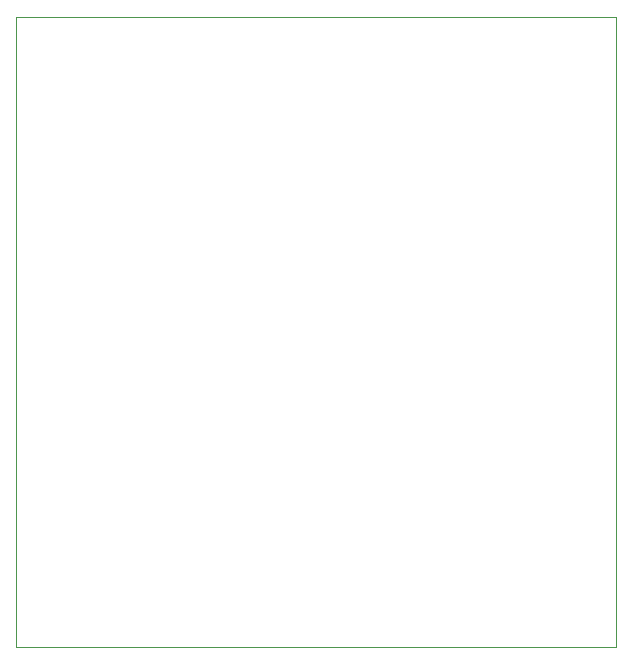
<source format=gm1>
G04 #@! TF.GenerationSoftware,KiCad,Pcbnew,7.0.10*
G04 #@! TF.CreationDate,2024-03-09T15:17:19+01:00*
G04 #@! TF.ProjectId,Lamp Matrix Tester,4c616d70-204d-4617-9472-697820546573,1.0*
G04 #@! TF.SameCoordinates,Original*
G04 #@! TF.FileFunction,Profile,NP*
%FSLAX46Y46*%
G04 Gerber Fmt 4.6, Leading zero omitted, Abs format (unit mm)*
G04 Created by KiCad (PCBNEW 7.0.10) date 2024-03-09 15:17:19*
%MOMM*%
%LPD*%
G01*
G04 APERTURE LIST*
G04 #@! TA.AperFunction,Profile*
%ADD10C,0.100000*%
G04 #@! TD*
G04 APERTURE END LIST*
D10*
X22860000Y-15240000D02*
X73660000Y-15240000D01*
X73660000Y-68580000D01*
X22860000Y-68580000D01*
X22860000Y-15240000D01*
M02*

</source>
